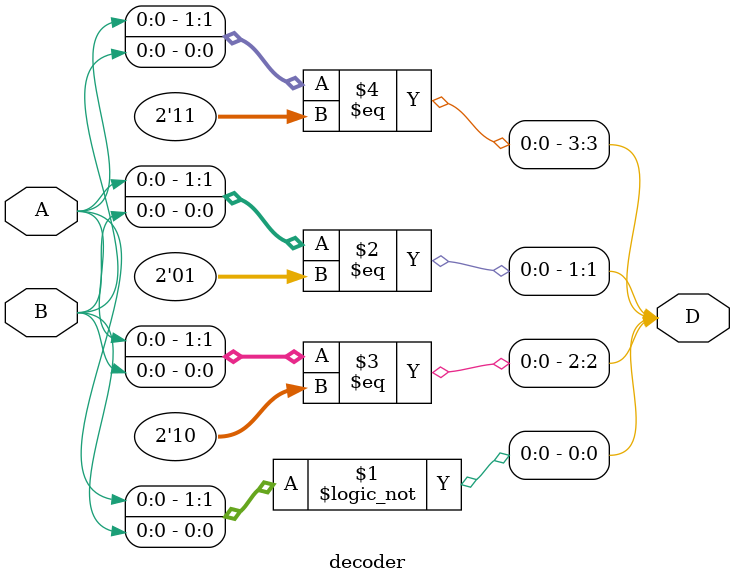
<source format=v>
module decoder (A, B, D);

input A , B ;
output [3:0] D ;

// ilklendirmeler
// ----------------
// assign A = 1'b0;
// assign B = 1'b1;

// D'deki ikilik tabanda 01 indisli yer yani 2. indis 1 gerisi 0
// 0010 ciktisi almaliyiz.

assign D[0] = ( {A,B} == 2'b00 ) ;
assign D[1] = ( {A,B} == 2'b01 ) ;
assign D[2] = ( {A,B} == 2'b10 ) ;
assign D[3] = ( {A,B} == 2'b11 ) ;

endmodule
</source>
